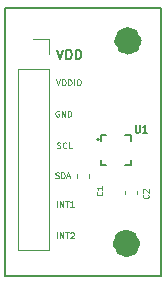
<source format=gto>
%TF.GenerationSoftware,KiCad,Pcbnew,7.0.2*%
%TF.CreationDate,2025-03-07T15:43:59-05:00*%
%TF.ProjectId,2BMA400,32424d41-3430-4302-9e6b-696361645f70,rev?*%
%TF.SameCoordinates,Original*%
%TF.FileFunction,Legend,Top*%
%TF.FilePolarity,Positive*%
%FSLAX46Y46*%
G04 Gerber Fmt 4.6, Leading zero omitted, Abs format (unit mm)*
G04 Created by KiCad (PCBNEW 7.0.2) date 2025-03-07 15:43:59*
%MOMM*%
%LPD*%
G01*
G04 APERTURE LIST*
%ADD10C,0.150000*%
%ADD11C,1.150000*%
%ADD12C,1.160000*%
%ADD13C,0.125000*%
%ADD14C,0.120000*%
%ADD15C,0.127000*%
G04 APERTURE END LIST*
D10*
X73660000Y-102108000D02*
X60452000Y-102108000D01*
X60452000Y-79375000D02*
X73660000Y-79375000D01*
X60452000Y-102108000D02*
X60452000Y-79375000D01*
X73660000Y-79375000D02*
X73660000Y-102108000D01*
D11*
X71441000Y-82170000D02*
G75*
G03*
X71441000Y-82170000I-575000J0D01*
G01*
D12*
X71319000Y-99314000D02*
G75*
G03*
X71319000Y-99314000I-580000J0D01*
G01*
D13*
X64865238Y-91228000D02*
X64936666Y-91251809D01*
X64936666Y-91251809D02*
X65055714Y-91251809D01*
X65055714Y-91251809D02*
X65103333Y-91228000D01*
X65103333Y-91228000D02*
X65127142Y-91204190D01*
X65127142Y-91204190D02*
X65150952Y-91156571D01*
X65150952Y-91156571D02*
X65150952Y-91108952D01*
X65150952Y-91108952D02*
X65127142Y-91061333D01*
X65127142Y-91061333D02*
X65103333Y-91037523D01*
X65103333Y-91037523D02*
X65055714Y-91013714D01*
X65055714Y-91013714D02*
X64960476Y-90989904D01*
X64960476Y-90989904D02*
X64912857Y-90966095D01*
X64912857Y-90966095D02*
X64889047Y-90942285D01*
X64889047Y-90942285D02*
X64865238Y-90894666D01*
X64865238Y-90894666D02*
X64865238Y-90847047D01*
X64865238Y-90847047D02*
X64889047Y-90799428D01*
X64889047Y-90799428D02*
X64912857Y-90775619D01*
X64912857Y-90775619D02*
X64960476Y-90751809D01*
X64960476Y-90751809D02*
X65079523Y-90751809D01*
X65079523Y-90751809D02*
X65150952Y-90775619D01*
X65650951Y-91204190D02*
X65627142Y-91228000D01*
X65627142Y-91228000D02*
X65555713Y-91251809D01*
X65555713Y-91251809D02*
X65508094Y-91251809D01*
X65508094Y-91251809D02*
X65436666Y-91228000D01*
X65436666Y-91228000D02*
X65389047Y-91180380D01*
X65389047Y-91180380D02*
X65365237Y-91132761D01*
X65365237Y-91132761D02*
X65341428Y-91037523D01*
X65341428Y-91037523D02*
X65341428Y-90966095D01*
X65341428Y-90966095D02*
X65365237Y-90870857D01*
X65365237Y-90870857D02*
X65389047Y-90823238D01*
X65389047Y-90823238D02*
X65436666Y-90775619D01*
X65436666Y-90775619D02*
X65508094Y-90751809D01*
X65508094Y-90751809D02*
X65555713Y-90751809D01*
X65555713Y-90751809D02*
X65627142Y-90775619D01*
X65627142Y-90775619D02*
X65650951Y-90799428D01*
X66103332Y-91251809D02*
X65865237Y-91251809D01*
X65865237Y-91251809D02*
X65865237Y-90751809D01*
X64817619Y-85417809D02*
X64984285Y-85917809D01*
X64984285Y-85917809D02*
X65150952Y-85417809D01*
X65317618Y-85917809D02*
X65317618Y-85417809D01*
X65317618Y-85417809D02*
X65436666Y-85417809D01*
X65436666Y-85417809D02*
X65508094Y-85441619D01*
X65508094Y-85441619D02*
X65555713Y-85489238D01*
X65555713Y-85489238D02*
X65579523Y-85536857D01*
X65579523Y-85536857D02*
X65603332Y-85632095D01*
X65603332Y-85632095D02*
X65603332Y-85703523D01*
X65603332Y-85703523D02*
X65579523Y-85798761D01*
X65579523Y-85798761D02*
X65555713Y-85846380D01*
X65555713Y-85846380D02*
X65508094Y-85894000D01*
X65508094Y-85894000D02*
X65436666Y-85917809D01*
X65436666Y-85917809D02*
X65317618Y-85917809D01*
X65817618Y-85917809D02*
X65817618Y-85417809D01*
X65817618Y-85417809D02*
X65936666Y-85417809D01*
X65936666Y-85417809D02*
X66008094Y-85441619D01*
X66008094Y-85441619D02*
X66055713Y-85489238D01*
X66055713Y-85489238D02*
X66079523Y-85536857D01*
X66079523Y-85536857D02*
X66103332Y-85632095D01*
X66103332Y-85632095D02*
X66103332Y-85703523D01*
X66103332Y-85703523D02*
X66079523Y-85798761D01*
X66079523Y-85798761D02*
X66055713Y-85846380D01*
X66055713Y-85846380D02*
X66008094Y-85894000D01*
X66008094Y-85894000D02*
X65936666Y-85917809D01*
X65936666Y-85917809D02*
X65817618Y-85917809D01*
X66317618Y-85917809D02*
X66317618Y-85417809D01*
X66650951Y-85417809D02*
X66746189Y-85417809D01*
X66746189Y-85417809D02*
X66793808Y-85441619D01*
X66793808Y-85441619D02*
X66841427Y-85489238D01*
X66841427Y-85489238D02*
X66865237Y-85584476D01*
X66865237Y-85584476D02*
X66865237Y-85751142D01*
X66865237Y-85751142D02*
X66841427Y-85846380D01*
X66841427Y-85846380D02*
X66793808Y-85894000D01*
X66793808Y-85894000D02*
X66746189Y-85917809D01*
X66746189Y-85917809D02*
X66650951Y-85917809D01*
X66650951Y-85917809D02*
X66603332Y-85894000D01*
X66603332Y-85894000D02*
X66555713Y-85846380D01*
X66555713Y-85846380D02*
X66531904Y-85751142D01*
X66531904Y-85751142D02*
X66531904Y-85584476D01*
X66531904Y-85584476D02*
X66555713Y-85489238D01*
X66555713Y-85489238D02*
X66603332Y-85441619D01*
X66603332Y-85441619D02*
X66650951Y-85417809D01*
X64889047Y-96204809D02*
X64889047Y-95704809D01*
X65127142Y-96204809D02*
X65127142Y-95704809D01*
X65127142Y-95704809D02*
X65412856Y-96204809D01*
X65412856Y-96204809D02*
X65412856Y-95704809D01*
X65579524Y-95704809D02*
X65865238Y-95704809D01*
X65722381Y-96204809D02*
X65722381Y-95704809D01*
X66293809Y-96204809D02*
X66008095Y-96204809D01*
X66150952Y-96204809D02*
X66150952Y-95704809D01*
X66150952Y-95704809D02*
X66103333Y-95776238D01*
X66103333Y-95776238D02*
X66055714Y-95823857D01*
X66055714Y-95823857D02*
X66008095Y-95847666D01*
X65023952Y-88108619D02*
X64976333Y-88084809D01*
X64976333Y-88084809D02*
X64904904Y-88084809D01*
X64904904Y-88084809D02*
X64833476Y-88108619D01*
X64833476Y-88108619D02*
X64785857Y-88156238D01*
X64785857Y-88156238D02*
X64762047Y-88203857D01*
X64762047Y-88203857D02*
X64738238Y-88299095D01*
X64738238Y-88299095D02*
X64738238Y-88370523D01*
X64738238Y-88370523D02*
X64762047Y-88465761D01*
X64762047Y-88465761D02*
X64785857Y-88513380D01*
X64785857Y-88513380D02*
X64833476Y-88561000D01*
X64833476Y-88561000D02*
X64904904Y-88584809D01*
X64904904Y-88584809D02*
X64952523Y-88584809D01*
X64952523Y-88584809D02*
X65023952Y-88561000D01*
X65023952Y-88561000D02*
X65047761Y-88537190D01*
X65047761Y-88537190D02*
X65047761Y-88370523D01*
X65047761Y-88370523D02*
X64952523Y-88370523D01*
X65262047Y-88584809D02*
X65262047Y-88084809D01*
X65262047Y-88084809D02*
X65547761Y-88584809D01*
X65547761Y-88584809D02*
X65547761Y-88084809D01*
X65785857Y-88584809D02*
X65785857Y-88084809D01*
X65785857Y-88084809D02*
X65904905Y-88084809D01*
X65904905Y-88084809D02*
X65976333Y-88108619D01*
X65976333Y-88108619D02*
X66023952Y-88156238D01*
X66023952Y-88156238D02*
X66047762Y-88203857D01*
X66047762Y-88203857D02*
X66071571Y-88299095D01*
X66071571Y-88299095D02*
X66071571Y-88370523D01*
X66071571Y-88370523D02*
X66047762Y-88465761D01*
X66047762Y-88465761D02*
X66023952Y-88513380D01*
X66023952Y-88513380D02*
X65976333Y-88561000D01*
X65976333Y-88561000D02*
X65904905Y-88584809D01*
X65904905Y-88584809D02*
X65785857Y-88584809D01*
D10*
X64846190Y-82922095D02*
X65112857Y-83722095D01*
X65112857Y-83722095D02*
X65379523Y-82922095D01*
X65646190Y-83722095D02*
X65646190Y-82922095D01*
X65646190Y-82922095D02*
X65836666Y-82922095D01*
X65836666Y-82922095D02*
X65950952Y-82960190D01*
X65950952Y-82960190D02*
X66027142Y-83036380D01*
X66027142Y-83036380D02*
X66065237Y-83112571D01*
X66065237Y-83112571D02*
X66103333Y-83264952D01*
X66103333Y-83264952D02*
X66103333Y-83379238D01*
X66103333Y-83379238D02*
X66065237Y-83531619D01*
X66065237Y-83531619D02*
X66027142Y-83607809D01*
X66027142Y-83607809D02*
X65950952Y-83684000D01*
X65950952Y-83684000D02*
X65836666Y-83722095D01*
X65836666Y-83722095D02*
X65646190Y-83722095D01*
X66446190Y-83722095D02*
X66446190Y-82922095D01*
X66446190Y-82922095D02*
X66636666Y-82922095D01*
X66636666Y-82922095D02*
X66750952Y-82960190D01*
X66750952Y-82960190D02*
X66827142Y-83036380D01*
X66827142Y-83036380D02*
X66865237Y-83112571D01*
X66865237Y-83112571D02*
X66903333Y-83264952D01*
X66903333Y-83264952D02*
X66903333Y-83379238D01*
X66903333Y-83379238D02*
X66865237Y-83531619D01*
X66865237Y-83531619D02*
X66827142Y-83607809D01*
X66827142Y-83607809D02*
X66750952Y-83684000D01*
X66750952Y-83684000D02*
X66636666Y-83722095D01*
X66636666Y-83722095D02*
X66446190Y-83722095D01*
D13*
X64738238Y-93768000D02*
X64809666Y-93791809D01*
X64809666Y-93791809D02*
X64928714Y-93791809D01*
X64928714Y-93791809D02*
X64976333Y-93768000D01*
X64976333Y-93768000D02*
X65000142Y-93744190D01*
X65000142Y-93744190D02*
X65023952Y-93696571D01*
X65023952Y-93696571D02*
X65023952Y-93648952D01*
X65023952Y-93648952D02*
X65000142Y-93601333D01*
X65000142Y-93601333D02*
X64976333Y-93577523D01*
X64976333Y-93577523D02*
X64928714Y-93553714D01*
X64928714Y-93553714D02*
X64833476Y-93529904D01*
X64833476Y-93529904D02*
X64785857Y-93506095D01*
X64785857Y-93506095D02*
X64762047Y-93482285D01*
X64762047Y-93482285D02*
X64738238Y-93434666D01*
X64738238Y-93434666D02*
X64738238Y-93387047D01*
X64738238Y-93387047D02*
X64762047Y-93339428D01*
X64762047Y-93339428D02*
X64785857Y-93315619D01*
X64785857Y-93315619D02*
X64833476Y-93291809D01*
X64833476Y-93291809D02*
X64952523Y-93291809D01*
X64952523Y-93291809D02*
X65023952Y-93315619D01*
X65238237Y-93791809D02*
X65238237Y-93291809D01*
X65238237Y-93291809D02*
X65357285Y-93291809D01*
X65357285Y-93291809D02*
X65428713Y-93315619D01*
X65428713Y-93315619D02*
X65476332Y-93363238D01*
X65476332Y-93363238D02*
X65500142Y-93410857D01*
X65500142Y-93410857D02*
X65523951Y-93506095D01*
X65523951Y-93506095D02*
X65523951Y-93577523D01*
X65523951Y-93577523D02*
X65500142Y-93672761D01*
X65500142Y-93672761D02*
X65476332Y-93720380D01*
X65476332Y-93720380D02*
X65428713Y-93768000D01*
X65428713Y-93768000D02*
X65357285Y-93791809D01*
X65357285Y-93791809D02*
X65238237Y-93791809D01*
X65714428Y-93648952D02*
X65952523Y-93648952D01*
X65666809Y-93791809D02*
X65833475Y-93291809D01*
X65833475Y-93291809D02*
X66000142Y-93791809D01*
X64889047Y-98871809D02*
X64889047Y-98371809D01*
X65127142Y-98871809D02*
X65127142Y-98371809D01*
X65127142Y-98371809D02*
X65412856Y-98871809D01*
X65412856Y-98871809D02*
X65412856Y-98371809D01*
X65579524Y-98371809D02*
X65865238Y-98371809D01*
X65722381Y-98871809D02*
X65722381Y-98371809D01*
X66008095Y-98419428D02*
X66031904Y-98395619D01*
X66031904Y-98395619D02*
X66079523Y-98371809D01*
X66079523Y-98371809D02*
X66198571Y-98371809D01*
X66198571Y-98371809D02*
X66246190Y-98395619D01*
X66246190Y-98395619D02*
X66269999Y-98419428D01*
X66269999Y-98419428D02*
X66293809Y-98467047D01*
X66293809Y-98467047D02*
X66293809Y-98514666D01*
X66293809Y-98514666D02*
X66269999Y-98586095D01*
X66269999Y-98586095D02*
X65984285Y-98871809D01*
X65984285Y-98871809D02*
X66293809Y-98871809D01*
%TO.C,C1*%
X68669690Y-94952333D02*
X68693500Y-94976142D01*
X68693500Y-94976142D02*
X68717309Y-95047571D01*
X68717309Y-95047571D02*
X68717309Y-95095190D01*
X68717309Y-95095190D02*
X68693500Y-95166618D01*
X68693500Y-95166618D02*
X68645880Y-95214237D01*
X68645880Y-95214237D02*
X68598261Y-95238047D01*
X68598261Y-95238047D02*
X68503023Y-95261856D01*
X68503023Y-95261856D02*
X68431595Y-95261856D01*
X68431595Y-95261856D02*
X68336357Y-95238047D01*
X68336357Y-95238047D02*
X68288738Y-95214237D01*
X68288738Y-95214237D02*
X68241119Y-95166618D01*
X68241119Y-95166618D02*
X68217309Y-95095190D01*
X68217309Y-95095190D02*
X68217309Y-95047571D01*
X68217309Y-95047571D02*
X68241119Y-94976142D01*
X68241119Y-94976142D02*
X68264928Y-94952333D01*
X68717309Y-94476142D02*
X68717309Y-94761856D01*
X68717309Y-94618999D02*
X68217309Y-94618999D01*
X68217309Y-94618999D02*
X68288738Y-94666618D01*
X68288738Y-94666618D02*
X68336357Y-94714237D01*
X68336357Y-94714237D02*
X68360166Y-94761856D01*
%TO.C,C2*%
X72573690Y-95206333D02*
X72597500Y-95230142D01*
X72597500Y-95230142D02*
X72621309Y-95301571D01*
X72621309Y-95301571D02*
X72621309Y-95349190D01*
X72621309Y-95349190D02*
X72597500Y-95420618D01*
X72597500Y-95420618D02*
X72549880Y-95468237D01*
X72549880Y-95468237D02*
X72502261Y-95492047D01*
X72502261Y-95492047D02*
X72407023Y-95515856D01*
X72407023Y-95515856D02*
X72335595Y-95515856D01*
X72335595Y-95515856D02*
X72240357Y-95492047D01*
X72240357Y-95492047D02*
X72192738Y-95468237D01*
X72192738Y-95468237D02*
X72145119Y-95420618D01*
X72145119Y-95420618D02*
X72121309Y-95349190D01*
X72121309Y-95349190D02*
X72121309Y-95301571D01*
X72121309Y-95301571D02*
X72145119Y-95230142D01*
X72145119Y-95230142D02*
X72168928Y-95206333D01*
X72168928Y-95015856D02*
X72145119Y-94992047D01*
X72145119Y-94992047D02*
X72121309Y-94944428D01*
X72121309Y-94944428D02*
X72121309Y-94825380D01*
X72121309Y-94825380D02*
X72145119Y-94777761D01*
X72145119Y-94777761D02*
X72168928Y-94753952D01*
X72168928Y-94753952D02*
X72216547Y-94730142D01*
X72216547Y-94730142D02*
X72264166Y-94730142D01*
X72264166Y-94730142D02*
X72335595Y-94753952D01*
X72335595Y-94753952D02*
X72621309Y-95039666D01*
X72621309Y-95039666D02*
X72621309Y-94730142D01*
D10*
%TO.C,U1*%
X71521380Y-89318076D02*
X71521380Y-89836171D01*
X71521380Y-89836171D02*
X71551857Y-89897123D01*
X71551857Y-89897123D02*
X71582333Y-89927600D01*
X71582333Y-89927600D02*
X71643285Y-89958076D01*
X71643285Y-89958076D02*
X71765190Y-89958076D01*
X71765190Y-89958076D02*
X71826142Y-89927600D01*
X71826142Y-89927600D02*
X71856619Y-89897123D01*
X71856619Y-89897123D02*
X71887095Y-89836171D01*
X71887095Y-89836171D02*
X71887095Y-89318076D01*
X72527095Y-89958076D02*
X72161380Y-89958076D01*
X72344237Y-89958076D02*
X72344237Y-89318076D01*
X72344237Y-89318076D02*
X72283285Y-89409504D01*
X72283285Y-89409504D02*
X72222333Y-89470457D01*
X72222333Y-89470457D02*
X72161380Y-89500933D01*
D14*
%TO.C,C1*%
X67566000Y-93458420D02*
X67566000Y-93739580D01*
X66546000Y-93458420D02*
X66546000Y-93739580D01*
%TO.C,C2*%
X71630000Y-94855420D02*
X71630000Y-95136580D01*
X70610000Y-94855420D02*
X70610000Y-95136580D01*
D15*
%TO.C,U1*%
X68580000Y-90170000D02*
X68580000Y-90640000D01*
X68580000Y-90170000D02*
X69050000Y-90170000D01*
X68580000Y-92710000D02*
X68580000Y-92240000D01*
X68580000Y-92710000D02*
X69050000Y-92710000D01*
X71120000Y-90170000D02*
X70650000Y-90170000D01*
X71120000Y-90170000D02*
X71120000Y-90640000D01*
X71120000Y-92710000D02*
X70650000Y-92710000D01*
X71120000Y-92710000D02*
X71120000Y-92240000D01*
D10*
X68425000Y-90540000D02*
G75*
G03*
X68425000Y-90540000I-75000J0D01*
G01*
D14*
%TO.C,J1*%
X61535000Y-84582000D02*
X61535000Y-99882000D01*
X61535000Y-84582000D02*
X64195000Y-84582000D01*
X61535000Y-99882000D02*
X64195000Y-99882000D01*
X62865000Y-81982000D02*
X64195000Y-81982000D01*
X64195000Y-81982000D02*
X64195000Y-83312000D01*
X64195000Y-84582000D02*
X64195000Y-99882000D01*
%TD*%
M02*

</source>
